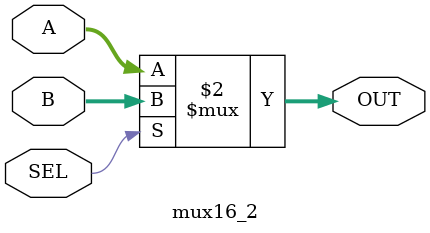
<source format=v>
`timescale 1ns / 1ps
module mux16_2 (A, B, SEL, OUT);

	input [15:0] A;
	input [15:0] B;
	input SEL;
	output [15:0] OUT;

	assign OUT = SEL == 1'b0 ? A : B;

endmodule

</source>
